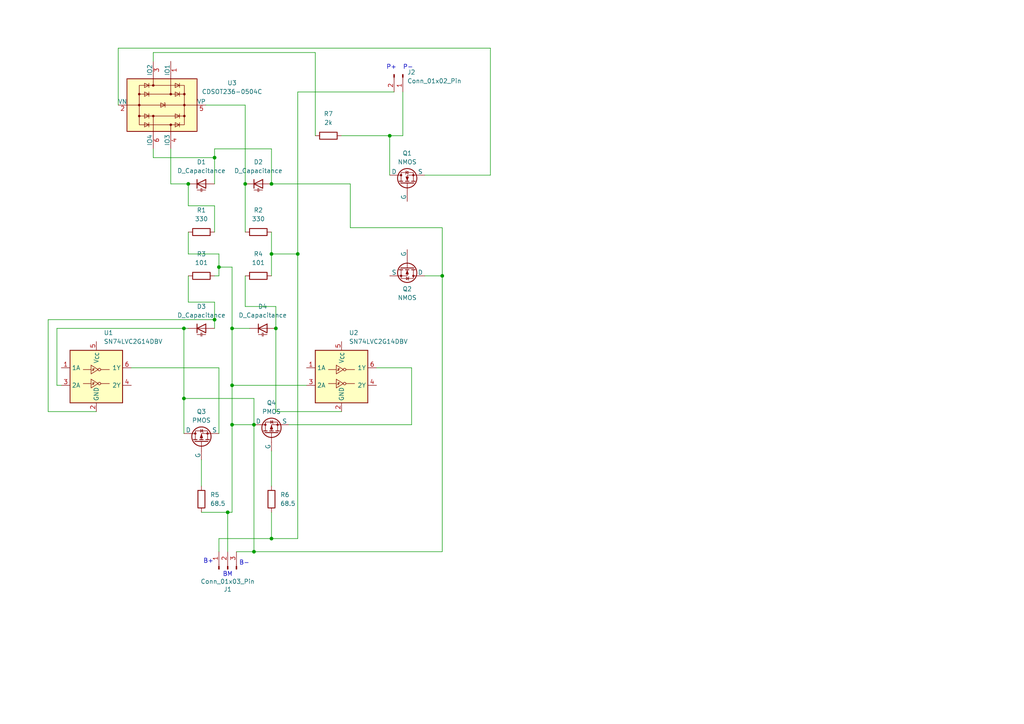
<source format=kicad_sch>
(kicad_sch (version 20250114) (generator "eeschema") (generator_version "9.0")
  (paper "A4")
  (lib_symbols
    (symbol "74xGxx:SN74LVC2G14DBV"
      (property "Reference" "U" (at 2.54 12.7 0))
      (property "Value" "SN74LVC2G14DBV" (at 2.54 10.16 0))
      (symbol "SN74LVC2G14DBV_1_1"
        (rectangle (start -7.62 7.62) (end 7.62 -7.62) (stroke (width 0.254)) (fill (type background)))
        (polyline (pts (xy -1.524 3.302) (xy 0.508 2.032) (xy -1.524 0.762) (xy -1.524 3.302)))
        (polyline (pts (xy -1.524 2.032) (xy -3.81 2.032)))
        (polyline (pts (xy -1.524 -0.762) (xy 0.508 -2.032) (xy -1.524 -3.302) (xy -1.524 -0.762)))
        (polyline (pts (xy -1.524 -2.032) (xy -3.81 -2.032)))
        (polyline (pts (xy -1.016 1.778) (xy -1.016 2.286) (xy -0.762 2.286) (xy -0.762 1.778) (xy -1.27 1.778)))
        (polyline (pts (xy -1.016 -2.286) (xy -1.016 -1.778) (xy -0.762 -1.778) (xy -0.762 -2.286) (xy -1.27 -2.286)))
        (polyline (pts (xy -0.762 2.286) (xy -0.508 2.286)))
        (polyline (pts (xy -0.762 -1.778) (xy -0.508 -1.778)))
        (circle (center 0.889 2.032) (radius 0.381))
        (circle (center 0.889 -2.032) (radius 0.381))
        (polyline (pts (xy 1.27 2.032) (xy 3.81 2.032)))
        (polyline (pts (xy 1.27 -2.032) (xy 3.81 -2.032)))
        (pin input line (at -10.16 2.54 0) (length 2.54) (name "1A") (number "1"))
        (pin input line (at -10.16 -2.54 0) (length 2.54) (name "2A") (number "3"))
        (pin power_in line (at 0 10.16 270) (length 2.54) (name "V_{CC}") (number "5"))
        (pin power_in line (at 0 -10.16 90) (length 2.54) (name "GND") (number "2"))
        (pin output line (at 10.16 2.54 180) (length 2.54) (name "1Y") (number "6"))
        (pin output line (at 10.16 -2.54 180) (length 2.54) (name "2Y") (number "4"))
      )
    )
    (symbol "Connector:Conn_01x02_Pin" (pin_names (offset 1.016) (hide yes))
      (property "Reference" "J" (at 0 2.54 0))
      (property "Value" "Conn_01x02_Pin" (at 0 -5.08 0))
      (symbol "Conn_01x02_Pin_1_1"
        (rectangle (start 0.8636 0.127) (end 0 -0.127) (stroke (width 0.1524)) (fill (type outline)))
        (rectangle (start 0.8636 -2.413) (end 0 -2.667) (stroke (width 0.1524)) (fill (type outline)))
        (polyline (pts (xy 1.27 0) (xy 0.8636 0)) (stroke (width 0.1524)))
        (polyline (pts (xy 1.27 -2.54) (xy 0.8636 -2.54)) (stroke (width 0.1524)))
        (pin passive line (at 5.08 0 180) (length 3.81) (name "Pin_1") (number "1"))
        (pin passive line (at 5.08 -2.54 180) (length 3.81) (name "Pin_2") (number "2"))
      )
    )
    (symbol "Connector:Conn_01x03_Pin" (pin_names (offset 1.016) (hide yes))
      (property "Reference" "J" (at 0 5.08 0))
      (property "Value" "Conn_01x03_Pin" (at 0 -5.08 0))
      (symbol "Conn_01x03_Pin_1_1"
        (rectangle (start 0.8636 2.667) (end 0 2.413) (stroke (width 0.1524)) (fill (type outline)))
        (rectangle (start 0.8636 0.127) (end 0 -0.127) (stroke (width 0.1524)) (fill (type outline)))
        (rectangle (start 0.8636 -2.413) (end 0 -2.667) (stroke (width 0.1524)) (fill (type outline)))
        (polyline (pts (xy 1.27 2.54) (xy 0.8636 2.54)) (stroke (width 0.1524)))
        (polyline (pts (xy 1.27 0) (xy 0.8636 0)) (stroke (width 0.1524)))
        (polyline (pts (xy 1.27 -2.54) (xy 0.8636 -2.54)) (stroke (width 0.1524)))
        (pin passive line (at 5.08 2.54 180) (length 3.81) (name "Pin_1") (number "1"))
        (pin passive line (at 5.08 0 180) (length 3.81) (name "Pin_2") (number "2"))
        (pin passive line (at 5.08 -2.54 180) (length 3.81) (name "Pin_3") (number "3"))
      )
    )
    (symbol "Device:D_Capacitance" (pin_numbers (hide yes)) (pin_names (offset 1.016) (hide yes))
      (property "Reference" "D" (at 0 2.54 0))
      (property "Value" "D_Capacitance" (at 0 -3.302 0))
      (symbol "D_Capacitance_0_1"
        (polyline (pts (xy -1.27 1.27) (xy -1.27 -1.27)) (stroke (width 0.254)))
        (polyline (pts (xy -1.27 0) (xy 1.27 0)))
        (polyline (pts (xy -1.27 -1.778) (xy -0.1524 -1.778)))
        (polyline (pts (xy -0.1524 -1.27) (xy -0.1524 -2.286)))
        (polyline (pts (xy 0.1524 -1.27) (xy 0.1524 -2.286)))
        (polyline (pts (xy 0.1524 -1.778) (xy 1.27 -1.778)))
        (polyline (pts (xy 1.27 1.27) (xy 1.27 -1.27) (xy -1.27 0) (xy 1.27 1.27)) (stroke (width 0.254)))
      )
      (symbol "D_Capacitance_1_1"
        (pin passive line (at -3.81 0 0) (length 2.54) (name "K") (number "1"))
        (pin passive line (at 3.81 0 180) (length 2.54) (name "A") (number "2"))
      )
    )
    (symbol "Device:R" (pin_numbers (hide yes)) (pin_names (offset 0))
      (property "Reference" "R" (at 2.032 0 90))
      (property "Value" "R" (at 0 0 90))
      (symbol "R_0_1"
        (rectangle (start -1.016 -2.54) (end 1.016 2.54) (stroke (width 0.254)))
      )
      (symbol "R_1_1"
        (pin passive line (at 0 3.81 270) (length 1.27) (name "~") (number "1"))
        (pin passive line (at 0 -3.81 90) (length 1.27) (name "~") (number "2"))
      )
    )
    (symbol "Power_Protection:CDSOT236-0504C" (pin_names (offset 0))
      (property "Reference" "U" (at -5.08 11.43 0))
      (property "Value" "CDSOT236-0504C" (at 2.54 11.43 0))
      (symbol "CDSOT236-0504C_0_0"
        (rectangle (start -5.715 6.477) (end 5.715 -6.604))
        (polyline (pts (xy -3.175 -6.604) (xy -3.175 6.477)))
        (polyline (pts (xy 3.175 6.477) (xy 3.175 -6.604)))
      )
      (symbol "CDSOT236-0504C_0_1"
        (polyline (pts (xy -7.747 2.54) (xy -3.175 2.54)))
        (rectangle (start -7.62 10.16) (end 7.62 -10.16) (stroke (width 0.254)) (fill (type background)))
        (polyline (pts (xy -7.62 -2.54) (xy -5.715 -2.54)))
        (circle (center -5.715 -2.54) (radius 0.2794) (fill (type outline)))
        (polyline (pts (xy -5.08 5.08) (xy -6.35 5.08)))
        (polyline (pts (xy -5.08 3.81) (xy -6.35 3.81) (xy -5.715 5.08) (xy -5.08 3.81)))
        (polyline (pts (xy -5.08 -3.81) (xy -6.35 -3.81)))
        (polyline (pts (xy -5.08 -5.08) (xy -6.35 -5.08) (xy -5.715 -3.81) (xy -5.08 -5.08)))
        (circle (center -3.175 6.477) (radius 0.2794) (fill (type outline)))
        (circle (center -3.175 2.54) (radius 0.2794) (fill (type outline)))
        (circle (center -3.175 -6.604) (radius 0.2794) (fill (type outline)))
        (polyline (pts (xy -2.54 5.08) (xy -3.81 5.08)))
        (polyline (pts (xy -2.54 3.81) (xy -3.81 3.81) (xy -3.175 5.08) (xy -2.54 3.81)))
        (polyline (pts (xy -2.54 -3.81) (xy -3.81 -3.81)))
        (polyline (pts (xy -2.54 -5.08) (xy -3.81 -5.08) (xy -3.175 -3.81) (xy -2.54 -5.08)))
        (polyline (pts (xy 0 10.16) (xy 0 -10.16)))
        (circle (center 0 6.477) (radius 0.2794) (fill (type outline)))
        (circle (center 0 -6.604) (radius 0.2794) (fill (type outline)))
        (polyline (pts (xy 0.635 0.889) (xy -0.635 0.889) (xy -0.635 0.635)))
        (polyline (pts (xy 0.635 -0.381) (xy -0.635 -0.381) (xy 0 0.889) (xy 0.635 -0.381)))
        (circle (center 3.175 6.477) (radius 0.2794) (fill (type outline)))
        (circle (center 3.175 -2.54) (radius 0.2794) (fill (type outline)))
        (circle (center 3.175 -6.604) (radius 0.2794) (fill (type outline)))
        (polyline (pts (xy 3.81 5.08) (xy 2.54 5.08)))
        (polyline (pts (xy 3.81 3.81) (xy 2.54 3.81) (xy 3.175 5.08) (xy 3.81 3.81)))
        (polyline (pts (xy 3.81 -3.81) (xy 2.54 -3.81)))
        (polyline (pts (xy 3.81 -5.08) (xy 2.54 -5.08) (xy 3.175 -3.81) (xy 3.81 -5.08)))
        (circle (center 5.715 2.54) (radius 0.2794) (fill (type outline)))
        (polyline (pts (xy 6.35 5.08) (xy 5.08 5.08)))
        (polyline (pts (xy 6.35 3.81) (xy 5.08 3.81) (xy 5.715 5.08) (xy 6.35 3.81)))
        (polyline (pts (xy 6.35 -3.81) (xy 5.08 -3.81)))
        (polyline (pts (xy 6.35 -5.08) (xy 5.08 -5.08) (xy 5.715 -3.81) (xy 6.35 -5.08)))
        (polyline (pts (xy 7.62 2.54) (xy 5.715 2.54)))
        (polyline (pts (xy 7.62 -2.54) (xy 3.175 -2.54)))
      )
      (symbol "CDSOT236-0504C_1_1"
        (pin passive line (at -12.7 2.54 0) (length 5.08) (name "IO1") (number "1"))
        (pin passive line (at -12.7 -2.54 0) (length 5.08) (name "IO2") (number "3"))
        (pin passive line (at 0 12.7 270) (length 2.54) (name "VP") (number "5"))
        (pin passive line (at 0 -12.7 90) (length 2.54) (name "VN") (number "2"))
        (pin passive line (at 12.7 2.54 180) (length 5.08) (name "IO3") (number "4"))
        (pin passive line (at 12.7 -2.54 180) (length 5.08) (name "IO4") (number "6"))
      )
    )
    (symbol "Simulation_SPICE:NMOS" (pin_numbers (hide yes)) (pin_names (offset 0))
      (property "Reference" "Q" (at 5.08 1.27 0))
      (property "Value" "NMOS" (at 5.08 -1.27 0))
      (symbol "NMOS_0_1"
        (polyline (pts (xy 0.254 1.905) (xy 0.254 -1.905)) (stroke (width 0.254)))
        (polyline (pts (xy 0.254 0) (xy -2.54 0)))
        (polyline (pts (xy 0.762 2.286) (xy 0.762 1.27)) (stroke (width 0.254)))
        (polyline (pts (xy 0.762 0.508) (xy 0.762 -0.508)) (stroke (width 0.254)))
        (polyline (pts (xy 0.762 -1.27) (xy 0.762 -2.286)) (stroke (width 0.254)))
        (polyline (pts (xy 0.762 -1.778) (xy 3.302 -1.778) (xy 3.302 1.778) (xy 0.762 1.778)))
        (polyline (pts (xy 1.016 0) (xy 2.032 0.381) (xy 2.032 -0.381) (xy 1.016 0)) (fill (type outline)))
        (circle (center 1.651 0) (radius 2.794) (stroke (width 0.254)))
        (polyline (pts (xy 2.54 2.54) (xy 2.54 1.778)))
        (circle (center 2.54 1.778) (radius 0.254) (fill (type outline)))
        (circle (center 2.54 -1.778) (radius 0.254) (fill (type outline)))
        (polyline (pts (xy 2.54 -2.54) (xy 2.54 0) (xy 0.762 0)))
        (polyline (pts (xy 2.794 0.508) (xy 2.921 0.381) (xy 3.683 0.381) (xy 3.81 0.254)))
        (polyline (pts (xy 3.302 0.381) (xy 2.921 -0.254) (xy 3.683 -0.254) (xy 3.302 0.381)))
      )
      (symbol "NMOS_1_1"
        (pin input line (at -5.08 0 0) (length 2.54) (name "G") (number "2"))
        (pin passive line (at 2.54 5.08 270) (length 2.54) (name "D") (number "1"))
        (pin passive line (at 2.54 -5.08 90) (length 2.54) (name "S") (number "3"))
      )
    )
    (symbol "Simulation_SPICE:PMOS" (pin_numbers (hide yes)) (pin_names (offset 0))
      (property "Reference" "Q" (at 5.08 1.27 0))
      (property "Value" "PMOS" (at 5.08 -1.27 0))
      (symbol "PMOS_0_1"
        (polyline (pts (xy 0.254 1.905) (xy 0.254 -1.905)) (stroke (width 0.254)))
        (polyline (pts (xy 0.254 0) (xy -2.54 0)))
        (polyline (pts (xy 0.762 2.286) (xy 0.762 1.27)) (stroke (width 0.254)))
        (polyline (pts (xy 0.762 1.778) (xy 3.302 1.778) (xy 3.302 -1.778) (xy 0.762 -1.778)))
        (polyline (pts (xy 0.762 0.508) (xy 0.762 -0.508)) (stroke (width 0.254)))
        (polyline (pts (xy 0.762 -1.27) (xy 0.762 -2.286)) (stroke (width 0.254)))
        (circle (center 1.651 0) (radius 2.794) (stroke (width 0.254)))
        (polyline (pts (xy 2.286 0) (xy 1.27 0.381) (xy 1.27 -0.381) (xy 2.286 0)) (fill (type outline)))
        (polyline (pts (xy 2.54 2.54) (xy 2.54 1.778)))
        (circle (center 2.54 1.778) (radius 0.254) (fill (type outline)))
        (circle (center 2.54 -1.778) (radius 0.254) (fill (type outline)))
        (polyline (pts (xy 2.54 -2.54) (xy 2.54 0) (xy 0.762 0)))
        (polyline (pts (xy 2.794 -0.508) (xy 2.921 -0.381) (xy 3.683 -0.381) (xy 3.81 -0.254)))
        (polyline (pts (xy 3.302 -0.381) (xy 2.921 0.254) (xy 3.683 0.254) (xy 3.302 -0.381)))
      )
      (symbol "PMOS_1_1"
        (pin input line (at -5.08 0 0) (length 2.54) (name "G") (number "2"))
        (pin passive line (at 2.54 5.08 270) (length 2.54) (name "D") (number "1"))
        (pin passive line (at 2.54 -5.08 90) (length 2.54) (name "S") (number "3"))
      )
    )
  )
  (text "BM" (at 66.04 166.624 0) (effects (font (size 1.27 1.27))))
  (text "B-" (at 70.866 163.322 0) (effects (font (size 1.27 1.27))))
  (text "B+" (at 60.452 162.814 0) (effects (font (size 1.27 1.27))))
  (text "P-" (at 118.364 19.558 0) (effects (font (size 1.27 1.27))))
  (text "P+" (at 113.538 19.558 0) (effects (font (size 1.27 1.27))))
  (junction (at 62.23 45.72))
  (junction (at 53.34 115.57))
  (junction (at 54.61 53.34))
  (junction (at 67.31 111.76))
  (junction (at 78.74 53.34))
  (junction (at 80.01 95.25))
  (junction (at 78.74 73.66))
  (junction (at 66.04 148.59))
  (junction (at 73.66 160.02))
  (junction (at 62.23 92.71))
  (junction (at 71.12 53.34))
  (junction (at 63.5 77.47))
  (junction (at 78.74 156.21))
  (junction (at 113.03 39.37))
  (junction (at 67.31 123.19))
  (junction (at 128.27 80.01))
  (junction (at 53.34 95.25))
  (junction (at 86.36 73.66))
  (junction (at 73.66 123.19))
  (junction (at 67.31 95.25))
  (wire (pts (xy 53.34 115.57) (xy 53.34 95.25)))
  (wire (pts (xy 44.45 43.18) (xy 44.45 45.72)))
  (wire (pts (xy 49.53 53.34) (xy 54.61 53.34)))
  (wire (pts (xy 17.78 111.76) (xy 16.51 111.76)))
  (wire (pts (xy 62.23 43.18) (xy 78.74 43.18)))
  (wire (pts (xy 16.51 111.76) (xy 16.51 95.25)))
  (wire (pts (xy 62.23 87.63) (xy 62.23 92.71)))
  (wire (pts (xy 66.04 148.59) (xy 58.42 148.59)))
  (wire (pts (xy 142.24 50.8) (xy 142.24 13.97)))
  (wire (pts (xy 54.61 87.63) (xy 62.23 87.63)))
  (wire (pts (xy 54.61 80.01) (xy 54.61 87.63)))
  (wire (pts (xy 73.66 160.02) (xy 73.66 123.19)))
  (wire (pts (xy 123.19 50.8) (xy 142.24 50.8)))
  (wire (pts (xy 63.5 156.21) (xy 78.74 156.21)))
  (wire (pts (xy 99.06 39.37) (xy 113.03 39.37)))
  (wire (pts (xy 128.27 160.02) (xy 128.27 80.01)))
  (wire (pts (xy 114.3 26.67) (xy 86.36 26.67)))
  (wire (pts (xy 78.74 73.66) (xy 78.74 80.01)))
  (wire (pts (xy 13.97 119.38) (xy 13.97 92.71)))
  (wire (pts (xy 54.61 59.69) (xy 62.23 59.69)))
  (wire (pts (xy 53.34 95.25) (xy 54.61 95.25)))
  (wire (pts (xy 128.27 80.01) (xy 123.19 80.01)))
  (wire (pts (xy 99.06 119.38) (xy 80.01 119.38)))
  (wire (pts (xy 71.12 88.9) (xy 80.01 88.9)))
  (wire (pts (xy 44.45 45.72) (xy 62.23 45.72)))
  (wire (pts (xy 27.94 119.38) (xy 13.97 119.38)))
  (wire (pts (xy 62.23 92.71) (xy 62.23 95.25)))
  (wire (pts (xy 53.34 115.57) (xy 53.34 125.73)))
  (wire (pts (xy 119.38 106.68) (xy 119.38 123.19)))
  (wire (pts (xy 63.5 73.66) (xy 63.5 77.47)))
  (wire (pts (xy 67.31 95.25) (xy 72.39 95.25)))
  (wire (pts (xy 63.5 106.68) (xy 63.5 125.73)))
  (wire (pts (xy 86.36 73.66) (xy 78.74 73.66)))
  (wire (pts (xy 73.66 160.02) (xy 128.27 160.02)))
  (wire (pts (xy 44.45 15.24) (xy 44.45 17.78)))
  (wire (pts (xy 80.01 119.38) (xy 80.01 95.25)))
  (wire (pts (xy 71.12 30.48) (xy 71.12 53.34)))
  (wire (pts (xy 38.1 106.68) (xy 63.5 106.68)))
  (wire (pts (xy 62.23 53.34) (xy 62.23 45.72)))
  (wire (pts (xy 63.5 73.66) (xy 54.61 73.66)))
  (wire (pts (xy 73.66 123.19) (xy 73.66 115.57)))
  (wire (pts (xy 66.04 160.02) (xy 66.04 148.59)))
  (wire (pts (xy 86.36 26.67) (xy 86.36 73.66)))
  (wire (pts (xy 80.01 88.9) (xy 80.01 95.25)))
  (wire (pts (xy 54.61 53.34) (xy 54.61 59.69)))
  (wire (pts (xy 67.31 77.47) (xy 67.31 95.25)))
  (wire (pts (xy 58.42 133.35) (xy 58.42 140.97)))
  (wire (pts (xy 66.04 148.59) (xy 67.31 148.59)))
  (wire (pts (xy 78.74 156.21) (xy 78.74 148.59)))
  (wire (pts (xy 119.38 123.19) (xy 83.82 123.19)))
  (wire (pts (xy 78.74 67.31) (xy 78.74 73.66)))
  (wire (pts (xy 128.27 66.04) (xy 128.27 80.01)))
  (wire (pts (xy 67.31 111.76) (xy 67.31 95.25)))
  (wire (pts (xy 13.97 92.71) (xy 62.23 92.71)))
  (wire (pts (xy 63.5 77.47) (xy 63.5 80.01)))
  (wire (pts (xy 101.6 66.04) (xy 128.27 66.04)))
  (wire (pts (xy 86.36 156.21) (xy 86.36 73.66)))
  (wire (pts (xy 63.5 80.01) (xy 62.23 80.01)))
  (wire (pts (xy 78.74 156.21) (xy 86.36 156.21)))
  (wire (pts (xy 73.66 115.57) (xy 53.34 115.57)))
  (wire (pts (xy 67.31 148.59) (xy 67.31 123.19)))
  (wire (pts (xy 101.6 53.34) (xy 101.6 66.04)))
  (wire (pts (xy 59.69 30.48) (xy 71.12 30.48)))
  (wire (pts (xy 142.24 13.97) (xy 34.29 13.97)))
  (wire (pts (xy 34.29 13.97) (xy 34.29 30.48)))
  (wire (pts (xy 63.5 77.47) (xy 67.31 77.47)))
  (wire (pts (xy 16.51 95.25) (xy 53.34 95.25)))
  (wire (pts (xy 78.74 53.34) (xy 101.6 53.34)))
  (wire (pts (xy 71.12 80.01) (xy 71.12 88.9)))
  (wire (pts (xy 49.53 43.18) (xy 49.53 53.34)))
  (wire (pts (xy 91.44 39.37) (xy 91.44 15.24)))
  (wire (pts (xy 113.03 39.37) (xy 116.84 39.37)))
  (wire (pts (xy 62.23 59.69) (xy 62.23 67.31)))
  (wire (pts (xy 63.5 160.02) (xy 63.5 156.21)))
  (wire (pts (xy 67.31 123.19) (xy 67.31 111.76)))
  (wire (pts (xy 73.66 123.19) (xy 67.31 123.19)))
  (wire (pts (xy 62.23 45.72) (xy 62.23 43.18)))
  (wire (pts (xy 68.58 160.02) (xy 73.66 160.02)))
  (wire (pts (xy 78.74 140.97) (xy 78.74 130.81)))
  (wire (pts (xy 67.31 111.76) (xy 88.9 111.76)))
  (wire (pts (xy 71.12 53.34) (xy 71.12 67.31)))
  (wire (pts (xy 109.22 106.68) (xy 119.38 106.68)))
  (wire (pts (xy 91.44 15.24) (xy 44.45 15.24)))
  (wire (pts (xy 116.84 26.67) (xy 116.84 39.37)))
  (wire (pts (xy 113.03 39.37) (xy 113.03 50.8)))
  (wire (pts (xy 54.61 73.66) (xy 54.61 67.31)))
  (wire (pts (xy 78.74 43.18) (xy 78.74 53.34)))
  (symbol (lib_id "Device:R") (at 74.93 80.01 90) (unit 1)
    (property "Reference" "R4" (at 74.93 73.66 90))
    (property "Value" "101" (at 74.93 76.2 90))
    (property "Footprint" "Resistor_SMD:R_0603_1608Metric_Pad0.98x0.95mm_HandSolder" (effects (hide yes)))
    (property "Description" "Resistor" (effects (hide yes)))
  )
  (symbol (lib_id "Connector:Conn_01x02_Pin") (at 116.84 21.59 270) (unit 1)
    (property "Reference" "J2" (at 118.11 20.9549 90) (effects (justify left)))
    (property "Value" "Conn_01x02_Pin" (at 118.11 23.4949 90) (effects (justify left)))
    (property "Footprint" "Connector_JST:JST_EH_B2B-EH-A_1x02_P2.50mm_Vertical" (effects (hide yes)))
    (property "Description" "Generic connector, single row, 01x02, script generated" (effects (hide yes)))
  )
  (symbol (lib_id "Device:R") (at 74.93 67.31 90) (unit 1)
    (property "Reference" "R2" (at 74.93 60.96 90))
    (property "Value" "330" (at 74.93 63.5 90))
    (property "Footprint" "Resistor_SMD:R_0603_1608Metric_Pad0.98x0.95mm_HandSolder" (effects (hide yes)))
    (property "Description" "Resistor" (effects (hide yes)))
  )
  (symbol (lib_id "74xGxx:SN74LVC2G14DBV") (at 99.06 109.22 0) (unit 1)
    (property "Reference" "U2" (at 101.2033 96.52 0) (effects (justify left)))
    (property "Value" "SN74LVC2G14DBV" (at 101.2033 99.06 0) (effects (justify left)))
    (property "Footprint" "Package_TO_SOT_SMD:SOT-23-6" (effects (hide yes)))
    (property "Datasheet" "https://www.ti.com/lit/ds/symlink/sn74lvc2g14.pdf" (effects (hide yes)))
    (property "Description" "Dual schmitt inverter, VCC from 1.65 to 5.5 V, SOT-23" (effects (hide yes)))
  )
  (symbol (lib_id "Simulation_SPICE:PMOS") (at 78.74 125.73 90) (unit 1)
    (property "Reference" "Q4" (at 78.74 116.84 90))
    (property "Value" "PMOS" (at 78.74 119.38 90))
    (property "Footprint" "Package_TO_SOT_SMD:SOT-23" (effects (hide yes)))
    (property "Datasheet" "https://ngspice.sourceforge.io/docs/ngspice-html-manual/manual.xhtml#cha_MOSFETs" (effects (hide yes)))
    (property "Description" "P-MOSFET transistor, drain/source/gate" (effects (hide yes)))
    (property "Sim.Device" "PMOS" (effects (hide yes)))
    (property "Sim.Type" "VDMOS" (effects (hide yes)))
    (property "Sim.Pins" "1=D 2=G 3=S" (effects (hide yes)))
  )
  (symbol (lib_id "Device:R") (at 58.42 67.31 90) (unit 1)
    (property "Reference" "R1" (at 58.42 60.96 90))
    (property "Value" "330" (at 58.42 63.5 90))
    (property "Footprint" "Resistor_SMD:R_0603_1608Metric_Pad0.98x0.95mm_HandSolder" (effects (hide yes)))
    (property "Description" "Resistor" (effects (hide yes)))
  )
  (symbol (lib_id "Device:R") (at 58.42 80.01 90) (unit 1)
    (property "Reference" "R3" (at 58.42 73.66 90))
    (property "Value" "101" (at 58.42 76.2 90))
    (property "Footprint" "Resistor_SMD:R_0603_1608Metric_Pad0.98x0.95mm_HandSolder" (effects (hide yes)))
    (property "Description" "Resistor" (effects (hide yes)))
  )
  (symbol (lib_id "Simulation_SPICE:PMOS") (at 58.42 128.27 90) (unit 1)
    (property "Reference" "Q3" (at 58.42 119.38 90))
    (property "Value" "PMOS" (at 58.42 121.92 90))
    (property "Footprint" "Package_TO_SOT_SMD:SOT-23" (effects (hide yes)))
    (property "Datasheet" "https://ngspice.sourceforge.io/docs/ngspice-html-manual/manual.xhtml#cha_MOSFETs" (effects (hide yes)))
    (property "Description" "P-MOSFET transistor, drain/source/gate" (effects (hide yes)))
    (property "Sim.Device" "PMOS" (effects (hide yes)))
    (property "Sim.Type" "VDMOS" (effects (hide yes)))
    (property "Sim.Pins" "1=D 2=G 3=S" (effects (hide yes)))
  )
  (symbol (lib_id "Power_Protection:CDSOT236-0504C") (at 46.99 30.48 270) (unit 1)
    (property "Reference" "U3" (at 67.31 24.0598 90))
    (property "Value" "CDSOT236-0504C" (at 67.31 26.5998 90))
    (property "Footprint" "Package_TO_SOT_SMD:SOT-23-6" (effects (hide yes)))
    (property "Datasheet" "https://www.bourns.com/docs/product-datasheets/cdsot236-0504c.pdf" (effects (hide yes)))
    (property "Description" "Low capacitance ESD diode / steering Diode Array, SOT23-6" (effects (hide yes)))
  )
  (symbol (lib_id "Simulation_SPICE:NMOS") (at 118.11 77.47 270) (unit 1)
    (property "Reference" "Q2" (at 118.11 83.82 90))
    (property "Value" "NMOS" (at 118.11 86.36 90))
    (property "Footprint" "Package_TO_SOT_SMD:TO-252-2" (effects (hide yes)))
    (property "Datasheet" "https://ngspice.sourceforge.io/docs/ngspice-html-manual/manual.xhtml#cha_MOSFETs" (effects (hide yes)))
    (property "Description" "N-MOSFET transistor, drain/source/gate" (effects (hide yes)))
    (property "Sim.Device" "NMOS" (effects (hide yes)))
    (property "Sim.Type" "VDMOS" (effects (hide yes)))
    (property "Sim.Pins" "1=D 2=G 3=S" (effects (hide yes)))
  )
  (symbol (lib_id "Connector:Conn_01x03_Pin") (at 66.04 165.1 90) (unit 1)
    (property "Reference" "J1" (at 66.04 170.942 90))
    (property "Value" "Conn_01x03_Pin" (at 66.04 168.656 90))
    (property "Footprint" "Connector_JST:JST_XH_B3B-XH-A_1x03_P2.50mm_Vertical" (effects (hide yes)))
    (property "Description" "Generic connector, single row, 01x03, script generated" (effects (hide yes)))
  )
  (symbol (lib_id "Device:D_Capacitance") (at 58.42 53.34 0) (unit 1)
    (property "Reference" "D1" (at 58.42 46.99 0))
    (property "Value" "D_Capacitance" (at 58.42 49.53 0))
    (property "Footprint" "Capacitor_SMD:C_0805_2012Metric_Pad1.18x1.45mm_HandSolder" (effects (hide yes)))
    (property "Description" "Variable capacitance diode" (effects (hide yes)))
  )
  (symbol (lib_id "Device:D_Capacitance") (at 76.2 95.25 0) (unit 1)
    (property "Reference" "D4" (at 76.2 88.9 0))
    (property "Value" "D_Capacitance" (at 76.2 91.44 0))
    (property "Footprint" "Capacitor_SMD:C_0805_2012Metric_Pad1.18x1.45mm_HandSolder" (effects (hide yes)))
    (property "Description" "Variable capacitance diode" (effects (hide yes)))
  )
  (symbol (lib_id "Device:D_Capacitance") (at 58.42 95.25 0) (unit 1)
    (property "Reference" "D3" (at 58.42 88.9 0))
    (property "Value" "D_Capacitance" (at 58.42 91.44 0))
    (property "Footprint" "Capacitor_SMD:C_0805_2012Metric_Pad1.18x1.45mm_HandSolder" (effects (hide yes)))
    (property "Description" "Variable capacitance diode" (effects (hide yes)))
  )
  (symbol (lib_id "Device:D_Capacitance") (at 74.93 53.34 0) (unit 1)
    (property "Reference" "D2" (at 74.93 46.99 0))
    (property "Value" "D_Capacitance" (at 74.93 49.53 0))
    (property "Footprint" "Capacitor_SMD:C_0805_2012Metric_Pad1.18x1.45mm_HandSolder" (effects (hide yes)))
    (property "Description" "Variable capacitance diode" (effects (hide yes)))
  )
  (symbol (lib_id "Device:R") (at 58.42 144.78 0) (unit 1)
    (property "Reference" "R5" (at 60.96 143.5099 0) (effects (justify left)))
    (property "Value" "68.5" (at 60.96 146.0499 0) (effects (justify left)))
    (property "Footprint" "Resistor_SMD:R_2512_6332Metric_Pad1.40x3.35mm_HandSolder" (effects (hide yes)))
    (property "Description" "Resistor" (effects (hide yes)))
  )
  (symbol (lib_id "74xGxx:SN74LVC2G14DBV") (at 27.94 109.22 0) (unit 1)
    (property "Reference" "U1" (at 30.0833 96.52 0) (effects (justify left)))
    (property "Value" "SN74LVC2G14DBV" (at 30.0833 99.06 0) (effects (justify left)))
    (property "Footprint" "Package_TO_SOT_SMD:SOT-23-6" (effects (hide yes)))
    (property "Datasheet" "https://www.ti.com/lit/ds/symlink/sn74lvc2g14.pdf" (effects (hide yes)))
    (property "Description" "Dual schmitt inverter, VCC from 1.65 to 5.5 V, SOT-23" (effects (hide yes)))
  )
  (symbol (lib_id "Device:R") (at 78.74 144.78 0) (unit 1)
    (property "Reference" "R6" (at 81.28 143.5099 0) (effects (justify left)))
    (property "Value" "68.5" (at 81.28 146.0499 0) (effects (justify left)))
    (property "Footprint" "Resistor_SMD:R_2512_6332Metric_Pad1.40x3.35mm_HandSolder" (effects (hide yes)))
    (property "Description" "Resistor" (effects (hide yes)))
  )
  (symbol (lib_id "Simulation_SPICE:NMOS") (at 118.11 53.34 90) (unit 1)
    (property "Reference" "Q1" (at 118.11 44.45 90))
    (property "Value" "NMOS" (at 118.11 46.99 90))
    (property "Footprint" "Package_TO_SOT_SMD:TO-252-2" (effects (hide yes)))
    (property "Datasheet" "https://ngspice.sourceforge.io/docs/ngspice-html-manual/manual.xhtml#cha_MOSFETs" (effects (hide yes)))
    (property "Description" "N-MOSFET transistor, drain/source/gate" (effects (hide yes)))
    (property "Sim.Device" "NMOS" (effects (hide yes)))
    (property "Sim.Type" "VDMOS" (effects (hide yes)))
    (property "Sim.Pins" "1=D 2=G 3=S" (effects (hide yes)))
  )
  (symbol (lib_id "Device:R") (at 95.25 39.37 90) (unit 1)
    (property "Reference" "R7" (at 95.25 33.02 90))
    (property "Value" "2k" (at 95.25 35.56 90))
    (property "Footprint" "Resistor_SMD:R_0603_1608Metric_Pad0.98x0.95mm_HandSolder" (effects (hide yes)))
    (property "Description" "Resistor" (effects (hide yes)))
  )
)
</source>
